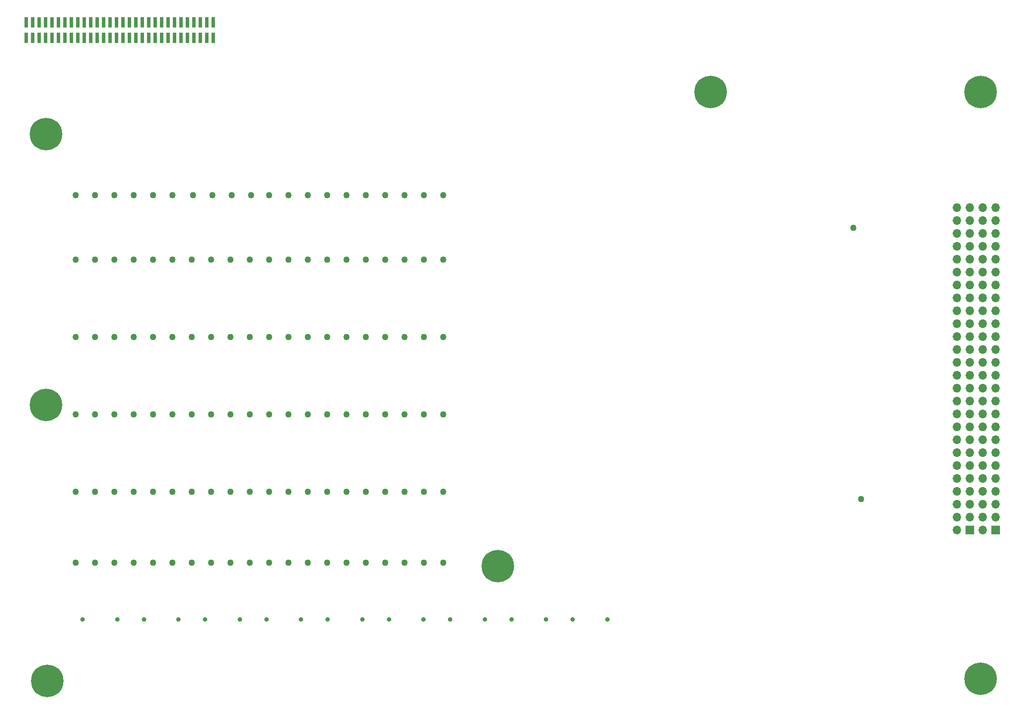
<source format=gbs>
G04 #@! TF.GenerationSoftware,KiCad,Pcbnew,(6.0.5)*
G04 #@! TF.CreationDate,2022-09-09T14:32:12-04:00*
G04 #@! TF.ProjectId,backplane-breaout-big,6261636b-706c-4616-9e65-2d627265616f,rev?*
G04 #@! TF.SameCoordinates,Original*
G04 #@! TF.FileFunction,Soldermask,Bot*
G04 #@! TF.FilePolarity,Negative*
%FSLAX46Y46*%
G04 Gerber Fmt 4.6, Leading zero omitted, Abs format (unit mm)*
G04 Created by KiCad (PCBNEW (6.0.5)) date 2022-09-09 14:32:12*
%MOMM*%
%LPD*%
G01*
G04 APERTURE LIST*
%ADD10C,1.270000*%
%ADD11C,0.900000*%
%ADD12C,3.600000*%
%ADD13C,6.400000*%
%ADD14R,1.700000X1.700000*%
%ADD15O,1.700000X1.700000*%
%ADD16R,0.760000X2.030000*%
G04 APERTURE END LIST*
D10*
X267692000Y-143650000D03*
X266192000Y-90250000D03*
X185420000Y-156210000D03*
X181610000Y-156210000D03*
X185420000Y-111754524D03*
X181610000Y-111754524D03*
X177800000Y-156210000D03*
X173990000Y-156210000D03*
X177800000Y-111754524D03*
X173990000Y-111754524D03*
X170180000Y-156210000D03*
X166370000Y-156210000D03*
X170180000Y-111754524D03*
X166370000Y-111754524D03*
X162560000Y-156210000D03*
X158750000Y-156210000D03*
X162560000Y-111754524D03*
X158750000Y-111754524D03*
X154940000Y-156210000D03*
X151130000Y-156210000D03*
X154940000Y-111754524D03*
X151130000Y-111754524D03*
X147320000Y-156210000D03*
X143510000Y-156210000D03*
X147320000Y-111754524D03*
X143510000Y-111754524D03*
X139700000Y-156210000D03*
X135890000Y-156210000D03*
X139700000Y-111754524D03*
X135890000Y-111754524D03*
X132080000Y-156210000D03*
X128270000Y-156210000D03*
X132080000Y-111754524D03*
X128270000Y-111754524D03*
X124460000Y-156210000D03*
X120650000Y-156210000D03*
X124460000Y-111754524D03*
X120650000Y-111754524D03*
X116840000Y-156210000D03*
X113030000Y-156204524D03*
X116840000Y-111754524D03*
X113030000Y-111754524D03*
X185420000Y-142234524D03*
X181610000Y-142234524D03*
X185420000Y-96514524D03*
X181610000Y-96514524D03*
X177800000Y-142234524D03*
X173990000Y-142234524D03*
X177800000Y-96514524D03*
X173990000Y-96514524D03*
X170180000Y-142234524D03*
X166370000Y-142234524D03*
X170180000Y-96514524D03*
X166370000Y-96514524D03*
X162560000Y-142234524D03*
X158750000Y-142234524D03*
X162560000Y-96514524D03*
X158750000Y-96514524D03*
X154940000Y-142234524D03*
X151130000Y-142234524D03*
X154940000Y-96514524D03*
X151130000Y-96514524D03*
X147320000Y-142234524D03*
X143510000Y-142234524D03*
X147320000Y-96514524D03*
X143510000Y-96514524D03*
X139700000Y-142234524D03*
X135890000Y-142234524D03*
X139700000Y-96514524D03*
X135890000Y-96514524D03*
X132080000Y-142234524D03*
X128270000Y-142234524D03*
X132080000Y-96514524D03*
X128270000Y-96514524D03*
X124460000Y-142234524D03*
X120650000Y-142234524D03*
X124460000Y-96514524D03*
X120650000Y-96514524D03*
X116840000Y-142234524D03*
X113030000Y-142234524D03*
X116840000Y-96514524D03*
X113030000Y-96514524D03*
X185420000Y-126994524D03*
X181610000Y-126994524D03*
X185420000Y-83814524D03*
X181610000Y-83814524D03*
X177800000Y-126994524D03*
X173990000Y-126994524D03*
X177800000Y-83814524D03*
X173990000Y-83814524D03*
X170180000Y-126994524D03*
X166370000Y-126994524D03*
X170180000Y-83814524D03*
X166370000Y-83814524D03*
X162560000Y-126994524D03*
X158750000Y-126994524D03*
X162560000Y-83814524D03*
X158750000Y-83814524D03*
X154940000Y-126994524D03*
X151130000Y-126994524D03*
X154940000Y-83814524D03*
X151130000Y-83814524D03*
X147320000Y-126994524D03*
X143510000Y-126994524D03*
X147555000Y-83814524D03*
X143745000Y-83814524D03*
X139700000Y-126994524D03*
X135890000Y-126994524D03*
X139935000Y-83814524D03*
X136125000Y-83814524D03*
X132080000Y-126994524D03*
X128270000Y-126994524D03*
X132080000Y-83814524D03*
X128270000Y-83814524D03*
X124460000Y-126994524D03*
X120650000Y-126994524D03*
X124460000Y-83814524D03*
X120650000Y-83814524D03*
X116840000Y-126994524D03*
X113030000Y-126994524D03*
X116840000Y-83814524D03*
X113030000Y-83814524D03*
D11*
X210943996Y-167354504D03*
X217743996Y-167354504D03*
X205678996Y-167354504D03*
X198878996Y-167354504D03*
X186813996Y-167354504D03*
X193613996Y-167354504D03*
X181548996Y-167354504D03*
X174748996Y-167354504D03*
X169483996Y-167354504D03*
X162683996Y-167354504D03*
X157418996Y-167354504D03*
X150618996Y-167354504D03*
X145353996Y-167354504D03*
X138553996Y-167354504D03*
X126488996Y-167354504D03*
X133288996Y-167354504D03*
X121223996Y-167354504D03*
X114423996Y-167354504D03*
D12*
X107188000Y-71755000D03*
D13*
X107188000Y-71755000D03*
X291231066Y-179059992D03*
D12*
X291231066Y-179059992D03*
X107188000Y-125095000D03*
D13*
X107188000Y-125095000D03*
X291231066Y-63500000D03*
D12*
X291231066Y-63500000D03*
D13*
X196215000Y-156845000D03*
D12*
X196215000Y-156845000D03*
D14*
X294199020Y-149790000D03*
D15*
X291659020Y-149790000D03*
X294199020Y-147250000D03*
X291659020Y-147250000D03*
X294199020Y-144710000D03*
X291659020Y-144710000D03*
X294199020Y-142170000D03*
X291659020Y-142170000D03*
X294199020Y-139630000D03*
X291659020Y-139630000D03*
X294199020Y-137090000D03*
X291659020Y-137090000D03*
X294199020Y-134550000D03*
X291659020Y-134550000D03*
X294199020Y-132010000D03*
X291659020Y-132010000D03*
X294199020Y-129470000D03*
X291659020Y-129470000D03*
X294199020Y-126930000D03*
X291659020Y-126930000D03*
X294199020Y-124390000D03*
X291659020Y-124390000D03*
X294199020Y-121850000D03*
X291659020Y-121850000D03*
X294199020Y-119310000D03*
X291659020Y-119310000D03*
X294199020Y-116770000D03*
X291659020Y-116770000D03*
X294199020Y-114230000D03*
X291659020Y-114230000D03*
X294199020Y-111690000D03*
X291659020Y-111690000D03*
X294199020Y-109150000D03*
X291659020Y-109150000D03*
X294199020Y-106610000D03*
X291659020Y-106610000D03*
X294199020Y-104070000D03*
X291659020Y-104070000D03*
X294199020Y-101530000D03*
X291659020Y-101530000D03*
X294199020Y-98990000D03*
X291659020Y-98990000D03*
X294199020Y-96450000D03*
X291659020Y-96450000D03*
X294199020Y-93910000D03*
X291659020Y-93910000D03*
X294199020Y-91370000D03*
X291659020Y-91370000D03*
X294199020Y-88830000D03*
X291659020Y-88830000D03*
X294199020Y-86290000D03*
X291659020Y-86290000D03*
D13*
X107442000Y-179440992D03*
D12*
X107442000Y-179440992D03*
D13*
X238125000Y-63500000D03*
D12*
X238125000Y-63500000D03*
D14*
X289120000Y-149790000D03*
D15*
X286580000Y-149790000D03*
X289120000Y-147250000D03*
X286580000Y-147250000D03*
X289120000Y-144710000D03*
X286580000Y-144710000D03*
X289120000Y-142170000D03*
X286580000Y-142170000D03*
X289120000Y-139630000D03*
X286580000Y-139630000D03*
X289120000Y-137090000D03*
X286580000Y-137090000D03*
X289120000Y-134550000D03*
X286580000Y-134550000D03*
X289120000Y-132010000D03*
X286580000Y-132010000D03*
X289120000Y-129470000D03*
X286580000Y-129470000D03*
X289120000Y-126930000D03*
X286580000Y-126930000D03*
X289120000Y-124390000D03*
X286580000Y-124390000D03*
X289120000Y-121850000D03*
X286580000Y-121850000D03*
X289120000Y-119310000D03*
X286580000Y-119310000D03*
X289120000Y-116770000D03*
X286580000Y-116770000D03*
X289120000Y-114230000D03*
X286580000Y-114230000D03*
X289120000Y-111690000D03*
X286580000Y-111690000D03*
X289120000Y-109150000D03*
X286580000Y-109150000D03*
X289120000Y-106610000D03*
X286580000Y-106610000D03*
X289120000Y-104070000D03*
X286580000Y-104070000D03*
X289120000Y-101530000D03*
X286580000Y-101530000D03*
X289120000Y-98990000D03*
X286580000Y-98990000D03*
X289120000Y-96450000D03*
X286580000Y-96450000D03*
X289120000Y-93910000D03*
X286580000Y-93910000D03*
X289120000Y-91370000D03*
X286580000Y-91370000D03*
X289120000Y-88830000D03*
X286580000Y-88830000D03*
X289120000Y-86290000D03*
X286580000Y-86290000D03*
D16*
X140160000Y-49745000D03*
X140160000Y-52795000D03*
X138890000Y-49745000D03*
X138890000Y-52795000D03*
X137620000Y-49745000D03*
X137620000Y-52795000D03*
X136350000Y-49745000D03*
X136350000Y-52795000D03*
X135080000Y-49745000D03*
X135080000Y-52795000D03*
X133810000Y-49745000D03*
X133810000Y-52795000D03*
X132540000Y-49745000D03*
X132540000Y-52795000D03*
X131270000Y-49745000D03*
X131270000Y-52795000D03*
X130000000Y-49745000D03*
X130000000Y-52795000D03*
X128730000Y-49745000D03*
X128730000Y-52795000D03*
X127460000Y-49745000D03*
X127460000Y-52795000D03*
X126190000Y-49745000D03*
X126190000Y-52795000D03*
X124920000Y-49745000D03*
X124920000Y-52795000D03*
X123650000Y-49745000D03*
X123650000Y-52795000D03*
X122380000Y-49745000D03*
X122380000Y-52795000D03*
X121110000Y-49745000D03*
X121110000Y-52795000D03*
X119840000Y-49745000D03*
X119840000Y-52795000D03*
X118570000Y-49745000D03*
X118570000Y-52795000D03*
X117300000Y-49745000D03*
X117300000Y-52795000D03*
X116030000Y-49745000D03*
X116030000Y-52795000D03*
X114760000Y-49745000D03*
X114760000Y-52795000D03*
X113490000Y-49745000D03*
X113490000Y-52795000D03*
X112220000Y-49745000D03*
X112220000Y-52795000D03*
X110950000Y-49745000D03*
X110950000Y-52795000D03*
X109680000Y-49745000D03*
X109680000Y-52795000D03*
X108410000Y-49745000D03*
X108410000Y-52795000D03*
X107140000Y-49745000D03*
X107140000Y-52795000D03*
X105870000Y-49745000D03*
X105870000Y-52795000D03*
X104600000Y-49745000D03*
X104600000Y-52795000D03*
X103330000Y-49745000D03*
X103330000Y-52795000D03*
M02*

</source>
